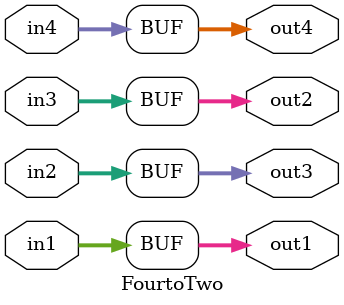
<source format=v>
module EighttoFour(
    input [7:0] in1,
    input [7:0] in2,
    input [7:0] in3,
    input [7:0] in4,
    input [7:0] in5,
    input [7:0] in6,
    input [7:0] in7,
    input [7:0] in8,
    output reg [7:0] out1,
    output reg [7:0] out2,
    output reg [7:0] out3,
    output reg [7:0] out4,
    output reg [7:0] out5,
    output reg [7:0] out6,
    output reg [7:0] out7,
    output reg [7:0] out8
);
always @(*) begin
    
    out1<=in1;
    out2<=in3;
    out3<=in5;
    out4<=in7;
    out5<=in2;
    out6<=in4;
    out7<=in6;
    out8<=in8;

end
endmodule

module FourtoTwo(
    input [7:0]in1,
    input [7:0]in2,
    input [7:0]in3,
    input [7:0]in4,
    output reg [7:0]out1,
    output reg [7:0]out2,
    output reg [7:0]out3,
    output reg [7:0]out4
);
    always @(*) begin
        out1<=in1;
        out2<=in3;
        out3<=in2;
        out4<=in4;
    end

endmodule
</source>
